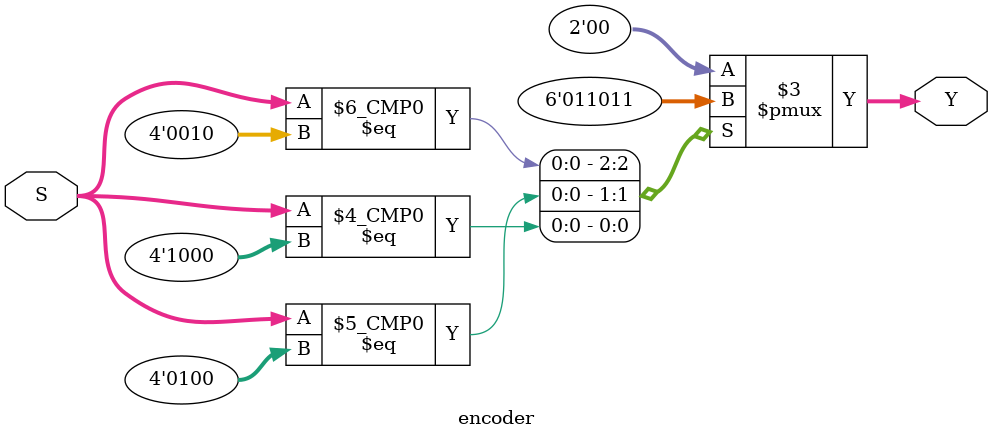
<source format=v>
`timescale 1ns / 1ps


module encoder(Y,S);
output reg [1:0]Y;
input [3:0]S;
always @ *begin
case (S)
 4'b0001: Y=2'b00;
 4'b0010: Y=2'b01;
 4'b0100: Y=2'b10;
 4'b1000: Y=2'b11;
default: Y=2'b00;
endcase
end


endmodule

</source>
